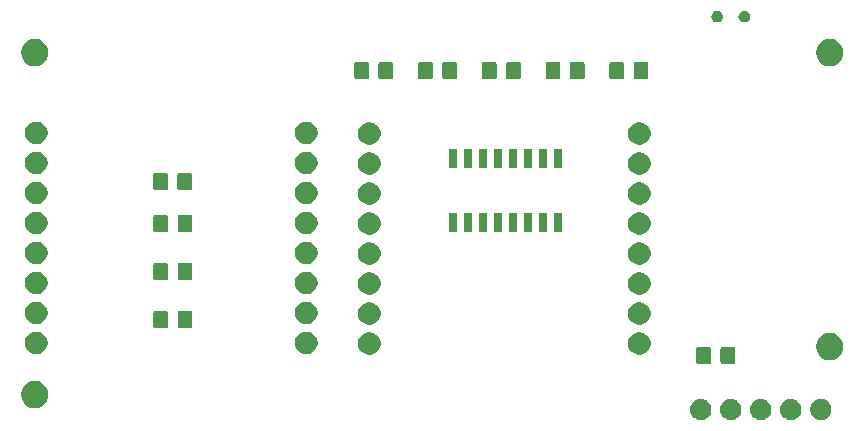
<source format=gbr>
G04 #@! TF.GenerationSoftware,KiCad,Pcbnew,(5.0.1-3-g963ef8bb5)*
G04 #@! TF.CreationDate,2019-04-05T16:27:06+08:00*
G04 #@! TF.ProjectId,cactus,6361637475732E6B696361645F706362,rev?*
G04 #@! TF.SameCoordinates,Original*
G04 #@! TF.FileFunction,Soldermask,Bot*
G04 #@! TF.FilePolarity,Negative*
%FSLAX46Y46*%
G04 Gerber Fmt 4.6, Leading zero omitted, Abs format (unit mm)*
G04 Created by KiCad (PCBNEW (5.0.1-3-g963ef8bb5)) date 2019 April 05, Friday 16:27:06*
%MOMM*%
%LPD*%
G01*
G04 APERTURE LIST*
%ADD10C,0.100000*%
G04 APERTURE END LIST*
D10*
G36*
X185174812Y-84731624D02*
X185338784Y-84799544D01*
X185486354Y-84898147D01*
X185611853Y-85023646D01*
X185710456Y-85171216D01*
X185778376Y-85335188D01*
X185813000Y-85509259D01*
X185813000Y-85686741D01*
X185778376Y-85860812D01*
X185710456Y-86024784D01*
X185611853Y-86172354D01*
X185486354Y-86297853D01*
X185338784Y-86396456D01*
X185174812Y-86464376D01*
X185000741Y-86499000D01*
X184823259Y-86499000D01*
X184649188Y-86464376D01*
X184485216Y-86396456D01*
X184337646Y-86297853D01*
X184212147Y-86172354D01*
X184113544Y-86024784D01*
X184045624Y-85860812D01*
X184011000Y-85686741D01*
X184011000Y-85509259D01*
X184045624Y-85335188D01*
X184113544Y-85171216D01*
X184212147Y-85023646D01*
X184337646Y-84898147D01*
X184485216Y-84799544D01*
X184649188Y-84731624D01*
X184823259Y-84697000D01*
X185000741Y-84697000D01*
X185174812Y-84731624D01*
X185174812Y-84731624D01*
G37*
G36*
X182482443Y-84703519D02*
X182548627Y-84710037D01*
X182661853Y-84744384D01*
X182718467Y-84761557D01*
X182857087Y-84835652D01*
X182874991Y-84845222D01*
X182909084Y-84873202D01*
X183012186Y-84957814D01*
X183095448Y-85059271D01*
X183124778Y-85095009D01*
X183124779Y-85095011D01*
X183208443Y-85251533D01*
X183208443Y-85251534D01*
X183259963Y-85421373D01*
X183277359Y-85598000D01*
X183259963Y-85774627D01*
X183233819Y-85860812D01*
X183208443Y-85944467D01*
X183165513Y-86024782D01*
X183124778Y-86100991D01*
X183095448Y-86136729D01*
X183012186Y-86238186D01*
X182939480Y-86297853D01*
X182874991Y-86350778D01*
X182874989Y-86350779D01*
X182718467Y-86434443D01*
X182661853Y-86451616D01*
X182548627Y-86485963D01*
X182482442Y-86492482D01*
X182416260Y-86499000D01*
X182327740Y-86499000D01*
X182261558Y-86492482D01*
X182195373Y-86485963D01*
X182082147Y-86451616D01*
X182025533Y-86434443D01*
X181869011Y-86350779D01*
X181869009Y-86350778D01*
X181804520Y-86297853D01*
X181731814Y-86238186D01*
X181648552Y-86136729D01*
X181619222Y-86100991D01*
X181578487Y-86024782D01*
X181535557Y-85944467D01*
X181510181Y-85860812D01*
X181484037Y-85774627D01*
X181466641Y-85598000D01*
X181484037Y-85421373D01*
X181535557Y-85251534D01*
X181535557Y-85251533D01*
X181619221Y-85095011D01*
X181619222Y-85095009D01*
X181648552Y-85059271D01*
X181731814Y-84957814D01*
X181834916Y-84873202D01*
X181869009Y-84845222D01*
X181886913Y-84835652D01*
X182025533Y-84761557D01*
X182082147Y-84744384D01*
X182195373Y-84710037D01*
X182261557Y-84703519D01*
X182327740Y-84697000D01*
X182416260Y-84697000D01*
X182482443Y-84703519D01*
X182482443Y-84703519D01*
G37*
G36*
X179942443Y-84703519D02*
X180008627Y-84710037D01*
X180121853Y-84744384D01*
X180178467Y-84761557D01*
X180317087Y-84835652D01*
X180334991Y-84845222D01*
X180369084Y-84873202D01*
X180472186Y-84957814D01*
X180555448Y-85059271D01*
X180584778Y-85095009D01*
X180584779Y-85095011D01*
X180668443Y-85251533D01*
X180668443Y-85251534D01*
X180719963Y-85421373D01*
X180737359Y-85598000D01*
X180719963Y-85774627D01*
X180693819Y-85860812D01*
X180668443Y-85944467D01*
X180625513Y-86024782D01*
X180584778Y-86100991D01*
X180555448Y-86136729D01*
X180472186Y-86238186D01*
X180399480Y-86297853D01*
X180334991Y-86350778D01*
X180334989Y-86350779D01*
X180178467Y-86434443D01*
X180121853Y-86451616D01*
X180008627Y-86485963D01*
X179942442Y-86492482D01*
X179876260Y-86499000D01*
X179787740Y-86499000D01*
X179721558Y-86492482D01*
X179655373Y-86485963D01*
X179542147Y-86451616D01*
X179485533Y-86434443D01*
X179329011Y-86350779D01*
X179329009Y-86350778D01*
X179264520Y-86297853D01*
X179191814Y-86238186D01*
X179108552Y-86136729D01*
X179079222Y-86100991D01*
X179038487Y-86024782D01*
X178995557Y-85944467D01*
X178970181Y-85860812D01*
X178944037Y-85774627D01*
X178926641Y-85598000D01*
X178944037Y-85421373D01*
X178995557Y-85251534D01*
X178995557Y-85251533D01*
X179079221Y-85095011D01*
X179079222Y-85095009D01*
X179108552Y-85059271D01*
X179191814Y-84957814D01*
X179294916Y-84873202D01*
X179329009Y-84845222D01*
X179346913Y-84835652D01*
X179485533Y-84761557D01*
X179542147Y-84744384D01*
X179655373Y-84710037D01*
X179721557Y-84703519D01*
X179787740Y-84697000D01*
X179876260Y-84697000D01*
X179942443Y-84703519D01*
X179942443Y-84703519D01*
G37*
G36*
X177402443Y-84703519D02*
X177468627Y-84710037D01*
X177581853Y-84744384D01*
X177638467Y-84761557D01*
X177777087Y-84835652D01*
X177794991Y-84845222D01*
X177829084Y-84873202D01*
X177932186Y-84957814D01*
X178015448Y-85059271D01*
X178044778Y-85095009D01*
X178044779Y-85095011D01*
X178128443Y-85251533D01*
X178128443Y-85251534D01*
X178179963Y-85421373D01*
X178197359Y-85598000D01*
X178179963Y-85774627D01*
X178153819Y-85860812D01*
X178128443Y-85944467D01*
X178085513Y-86024782D01*
X178044778Y-86100991D01*
X178015448Y-86136729D01*
X177932186Y-86238186D01*
X177859480Y-86297853D01*
X177794991Y-86350778D01*
X177794989Y-86350779D01*
X177638467Y-86434443D01*
X177581853Y-86451616D01*
X177468627Y-86485963D01*
X177402442Y-86492482D01*
X177336260Y-86499000D01*
X177247740Y-86499000D01*
X177181558Y-86492482D01*
X177115373Y-86485963D01*
X177002147Y-86451616D01*
X176945533Y-86434443D01*
X176789011Y-86350779D01*
X176789009Y-86350778D01*
X176724520Y-86297853D01*
X176651814Y-86238186D01*
X176568552Y-86136729D01*
X176539222Y-86100991D01*
X176498487Y-86024782D01*
X176455557Y-85944467D01*
X176430181Y-85860812D01*
X176404037Y-85774627D01*
X176386641Y-85598000D01*
X176404037Y-85421373D01*
X176455557Y-85251534D01*
X176455557Y-85251533D01*
X176539221Y-85095011D01*
X176539222Y-85095009D01*
X176568552Y-85059271D01*
X176651814Y-84957814D01*
X176754916Y-84873202D01*
X176789009Y-84845222D01*
X176806913Y-84835652D01*
X176945533Y-84761557D01*
X177002147Y-84744384D01*
X177115373Y-84710037D01*
X177181557Y-84703519D01*
X177247740Y-84697000D01*
X177336260Y-84697000D01*
X177402443Y-84703519D01*
X177402443Y-84703519D01*
G37*
G36*
X174862443Y-84703519D02*
X174928627Y-84710037D01*
X175041853Y-84744384D01*
X175098467Y-84761557D01*
X175237087Y-84835652D01*
X175254991Y-84845222D01*
X175289084Y-84873202D01*
X175392186Y-84957814D01*
X175475448Y-85059271D01*
X175504778Y-85095009D01*
X175504779Y-85095011D01*
X175588443Y-85251533D01*
X175588443Y-85251534D01*
X175639963Y-85421373D01*
X175657359Y-85598000D01*
X175639963Y-85774627D01*
X175613819Y-85860812D01*
X175588443Y-85944467D01*
X175545513Y-86024782D01*
X175504778Y-86100991D01*
X175475448Y-86136729D01*
X175392186Y-86238186D01*
X175319480Y-86297853D01*
X175254991Y-86350778D01*
X175254989Y-86350779D01*
X175098467Y-86434443D01*
X175041853Y-86451616D01*
X174928627Y-86485963D01*
X174862442Y-86492482D01*
X174796260Y-86499000D01*
X174707740Y-86499000D01*
X174641558Y-86492482D01*
X174575373Y-86485963D01*
X174462147Y-86451616D01*
X174405533Y-86434443D01*
X174249011Y-86350779D01*
X174249009Y-86350778D01*
X174184520Y-86297853D01*
X174111814Y-86238186D01*
X174028552Y-86136729D01*
X173999222Y-86100991D01*
X173958487Y-86024782D01*
X173915557Y-85944467D01*
X173890181Y-85860812D01*
X173864037Y-85774627D01*
X173846641Y-85598000D01*
X173864037Y-85421373D01*
X173915557Y-85251534D01*
X173915557Y-85251533D01*
X173999221Y-85095011D01*
X173999222Y-85095009D01*
X174028552Y-85059271D01*
X174111814Y-84957814D01*
X174214916Y-84873202D01*
X174249009Y-84845222D01*
X174266913Y-84835652D01*
X174405533Y-84761557D01*
X174462147Y-84744384D01*
X174575373Y-84710037D01*
X174641557Y-84703519D01*
X174707740Y-84697000D01*
X174796260Y-84697000D01*
X174862443Y-84703519D01*
X174862443Y-84703519D01*
G37*
G36*
X118699734Y-83221232D02*
X118909202Y-83307996D01*
X119097723Y-83433962D01*
X119258038Y-83594277D01*
X119384004Y-83782798D01*
X119470768Y-83992266D01*
X119515000Y-84214635D01*
X119515000Y-84441365D01*
X119470768Y-84663734D01*
X119384004Y-84873202D01*
X119258038Y-85061723D01*
X119097723Y-85222038D01*
X118909202Y-85348004D01*
X118699734Y-85434768D01*
X118477365Y-85479000D01*
X118250635Y-85479000D01*
X118028266Y-85434768D01*
X117818798Y-85348004D01*
X117630277Y-85222038D01*
X117469962Y-85061723D01*
X117343996Y-84873202D01*
X117257232Y-84663734D01*
X117213000Y-84441365D01*
X117213000Y-84214635D01*
X117257232Y-83992266D01*
X117343996Y-83782798D01*
X117469962Y-83594277D01*
X117630277Y-83433962D01*
X117818798Y-83307996D01*
X118028266Y-83221232D01*
X118250635Y-83177000D01*
X118477365Y-83177000D01*
X118699734Y-83221232D01*
X118699734Y-83221232D01*
G37*
G36*
X177510677Y-80279465D02*
X177548364Y-80290898D01*
X177583103Y-80309466D01*
X177613548Y-80334452D01*
X177638534Y-80364897D01*
X177657102Y-80399636D01*
X177668535Y-80437323D01*
X177673000Y-80482661D01*
X177673000Y-81569339D01*
X177668535Y-81614677D01*
X177657102Y-81652364D01*
X177638534Y-81687103D01*
X177613548Y-81717548D01*
X177583103Y-81742534D01*
X177548364Y-81761102D01*
X177510677Y-81772535D01*
X177465339Y-81777000D01*
X176628661Y-81777000D01*
X176583323Y-81772535D01*
X176545636Y-81761102D01*
X176510897Y-81742534D01*
X176480452Y-81717548D01*
X176455466Y-81687103D01*
X176436898Y-81652364D01*
X176425465Y-81614677D01*
X176421000Y-81569339D01*
X176421000Y-80482661D01*
X176425465Y-80437323D01*
X176436898Y-80399636D01*
X176455466Y-80364897D01*
X176480452Y-80334452D01*
X176510897Y-80309466D01*
X176545636Y-80290898D01*
X176583323Y-80279465D01*
X176628661Y-80275000D01*
X177465339Y-80275000D01*
X177510677Y-80279465D01*
X177510677Y-80279465D01*
G37*
G36*
X175460677Y-80279465D02*
X175498364Y-80290898D01*
X175533103Y-80309466D01*
X175563548Y-80334452D01*
X175588534Y-80364897D01*
X175607102Y-80399636D01*
X175618535Y-80437323D01*
X175623000Y-80482661D01*
X175623000Y-81569339D01*
X175618535Y-81614677D01*
X175607102Y-81652364D01*
X175588534Y-81687103D01*
X175563548Y-81717548D01*
X175533103Y-81742534D01*
X175498364Y-81761102D01*
X175460677Y-81772535D01*
X175415339Y-81777000D01*
X174578661Y-81777000D01*
X174533323Y-81772535D01*
X174495636Y-81761102D01*
X174460897Y-81742534D01*
X174430452Y-81717548D01*
X174405466Y-81687103D01*
X174386898Y-81652364D01*
X174375465Y-81614677D01*
X174371000Y-81569339D01*
X174371000Y-80482661D01*
X174375465Y-80437323D01*
X174386898Y-80399636D01*
X174405466Y-80364897D01*
X174430452Y-80334452D01*
X174460897Y-80309466D01*
X174495636Y-80290898D01*
X174533323Y-80279465D01*
X174578661Y-80275000D01*
X175415339Y-80275000D01*
X175460677Y-80279465D01*
X175460677Y-80279465D01*
G37*
G36*
X186009734Y-79157232D02*
X186219202Y-79243996D01*
X186407723Y-79369962D01*
X186568038Y-79530277D01*
X186694004Y-79718798D01*
X186780768Y-79928266D01*
X186825000Y-80150635D01*
X186825000Y-80377365D01*
X186780768Y-80599734D01*
X186694004Y-80809202D01*
X186568038Y-80997723D01*
X186407723Y-81158038D01*
X186219202Y-81284004D01*
X186009734Y-81370768D01*
X185787365Y-81415000D01*
X185560635Y-81415000D01*
X185338266Y-81370768D01*
X185128798Y-81284004D01*
X184940277Y-81158038D01*
X184779962Y-80997723D01*
X184653996Y-80809202D01*
X184567232Y-80599734D01*
X184523000Y-80377365D01*
X184523000Y-80150635D01*
X184567232Y-79928266D01*
X184653996Y-79718798D01*
X184779962Y-79530277D01*
X184940277Y-79369962D01*
X185128798Y-79243996D01*
X185338266Y-79157232D01*
X185560635Y-79113000D01*
X185787365Y-79113000D01*
X186009734Y-79157232D01*
X186009734Y-79157232D01*
G37*
G36*
X169822396Y-79095546D02*
X169995466Y-79167234D01*
X170151230Y-79271312D01*
X170283688Y-79403770D01*
X170387766Y-79559534D01*
X170459454Y-79732604D01*
X170496000Y-79916333D01*
X170496000Y-80103667D01*
X170459454Y-80287396D01*
X170387766Y-80460466D01*
X170283688Y-80616230D01*
X170151230Y-80748688D01*
X169995466Y-80852766D01*
X169822396Y-80924454D01*
X169638667Y-80961000D01*
X169451333Y-80961000D01*
X169267604Y-80924454D01*
X169094534Y-80852766D01*
X168938770Y-80748688D01*
X168806312Y-80616230D01*
X168702234Y-80460466D01*
X168630546Y-80287396D01*
X168594000Y-80103667D01*
X168594000Y-79916333D01*
X168630546Y-79732604D01*
X168702234Y-79559534D01*
X168806312Y-79403770D01*
X168938770Y-79271312D01*
X169094534Y-79167234D01*
X169267604Y-79095546D01*
X169451333Y-79059000D01*
X169638667Y-79059000D01*
X169822396Y-79095546D01*
X169822396Y-79095546D01*
G37*
G36*
X146962396Y-79095546D02*
X147135466Y-79167234D01*
X147291230Y-79271312D01*
X147423688Y-79403770D01*
X147527766Y-79559534D01*
X147599454Y-79732604D01*
X147636000Y-79916333D01*
X147636000Y-80103667D01*
X147599454Y-80287396D01*
X147527766Y-80460466D01*
X147423688Y-80616230D01*
X147291230Y-80748688D01*
X147135466Y-80852766D01*
X146962396Y-80924454D01*
X146778667Y-80961000D01*
X146591333Y-80961000D01*
X146407604Y-80924454D01*
X146234534Y-80852766D01*
X146078770Y-80748688D01*
X145946312Y-80616230D01*
X145842234Y-80460466D01*
X145770546Y-80287396D01*
X145734000Y-80103667D01*
X145734000Y-79916333D01*
X145770546Y-79732604D01*
X145842234Y-79559534D01*
X145946312Y-79403770D01*
X146078770Y-79271312D01*
X146234534Y-79167234D01*
X146407604Y-79095546D01*
X146591333Y-79059000D01*
X146778667Y-79059000D01*
X146962396Y-79095546D01*
X146962396Y-79095546D01*
G37*
G36*
X141628396Y-79032046D02*
X141801466Y-79103734D01*
X141957230Y-79207812D01*
X142089688Y-79340270D01*
X142193766Y-79496034D01*
X142265454Y-79669104D01*
X142302000Y-79852833D01*
X142302000Y-80040167D01*
X142265454Y-80223896D01*
X142193766Y-80396966D01*
X142089688Y-80552730D01*
X141957230Y-80685188D01*
X141801466Y-80789266D01*
X141628396Y-80860954D01*
X141444667Y-80897500D01*
X141257333Y-80897500D01*
X141073604Y-80860954D01*
X140900534Y-80789266D01*
X140744770Y-80685188D01*
X140612312Y-80552730D01*
X140508234Y-80396966D01*
X140436546Y-80223896D01*
X140400000Y-80040167D01*
X140400000Y-79852833D01*
X140436546Y-79669104D01*
X140508234Y-79496034D01*
X140612312Y-79340270D01*
X140744770Y-79207812D01*
X140900534Y-79103734D01*
X141073604Y-79032046D01*
X141257333Y-78995500D01*
X141444667Y-78995500D01*
X141628396Y-79032046D01*
X141628396Y-79032046D01*
G37*
G36*
X118768396Y-79032046D02*
X118941466Y-79103734D01*
X119097230Y-79207812D01*
X119229688Y-79340270D01*
X119333766Y-79496034D01*
X119405454Y-79669104D01*
X119442000Y-79852833D01*
X119442000Y-80040167D01*
X119405454Y-80223896D01*
X119333766Y-80396966D01*
X119229688Y-80552730D01*
X119097230Y-80685188D01*
X118941466Y-80789266D01*
X118768396Y-80860954D01*
X118584667Y-80897500D01*
X118397333Y-80897500D01*
X118213604Y-80860954D01*
X118040534Y-80789266D01*
X117884770Y-80685188D01*
X117752312Y-80552730D01*
X117648234Y-80396966D01*
X117576546Y-80223896D01*
X117540000Y-80040167D01*
X117540000Y-79852833D01*
X117576546Y-79669104D01*
X117648234Y-79496034D01*
X117752312Y-79340270D01*
X117884770Y-79207812D01*
X118040534Y-79103734D01*
X118213604Y-79032046D01*
X118397333Y-78995500D01*
X118584667Y-78995500D01*
X118768396Y-79032046D01*
X118768396Y-79032046D01*
G37*
G36*
X131545677Y-77231465D02*
X131583364Y-77242898D01*
X131618103Y-77261466D01*
X131648548Y-77286452D01*
X131673534Y-77316897D01*
X131692102Y-77351636D01*
X131703535Y-77389323D01*
X131708000Y-77434661D01*
X131708000Y-78521339D01*
X131703535Y-78566677D01*
X131692102Y-78604364D01*
X131673534Y-78639103D01*
X131648548Y-78669548D01*
X131618103Y-78694534D01*
X131583364Y-78713102D01*
X131545677Y-78724535D01*
X131500339Y-78729000D01*
X130663661Y-78729000D01*
X130618323Y-78724535D01*
X130580636Y-78713102D01*
X130545897Y-78694534D01*
X130515452Y-78669548D01*
X130490466Y-78639103D01*
X130471898Y-78604364D01*
X130460465Y-78566677D01*
X130456000Y-78521339D01*
X130456000Y-77434661D01*
X130460465Y-77389323D01*
X130471898Y-77351636D01*
X130490466Y-77316897D01*
X130515452Y-77286452D01*
X130545897Y-77261466D01*
X130580636Y-77242898D01*
X130618323Y-77231465D01*
X130663661Y-77227000D01*
X131500339Y-77227000D01*
X131545677Y-77231465D01*
X131545677Y-77231465D01*
G37*
G36*
X129495677Y-77231465D02*
X129533364Y-77242898D01*
X129568103Y-77261466D01*
X129598548Y-77286452D01*
X129623534Y-77316897D01*
X129642102Y-77351636D01*
X129653535Y-77389323D01*
X129658000Y-77434661D01*
X129658000Y-78521339D01*
X129653535Y-78566677D01*
X129642102Y-78604364D01*
X129623534Y-78639103D01*
X129598548Y-78669548D01*
X129568103Y-78694534D01*
X129533364Y-78713102D01*
X129495677Y-78724535D01*
X129450339Y-78729000D01*
X128613661Y-78729000D01*
X128568323Y-78724535D01*
X128530636Y-78713102D01*
X128495897Y-78694534D01*
X128465452Y-78669548D01*
X128440466Y-78639103D01*
X128421898Y-78604364D01*
X128410465Y-78566677D01*
X128406000Y-78521339D01*
X128406000Y-77434661D01*
X128410465Y-77389323D01*
X128421898Y-77351636D01*
X128440466Y-77316897D01*
X128465452Y-77286452D01*
X128495897Y-77261466D01*
X128530636Y-77242898D01*
X128568323Y-77231465D01*
X128613661Y-77227000D01*
X129450339Y-77227000D01*
X129495677Y-77231465D01*
X129495677Y-77231465D01*
G37*
G36*
X169822396Y-76555546D02*
X169995466Y-76627234D01*
X170151230Y-76731312D01*
X170283688Y-76863770D01*
X170387766Y-77019534D01*
X170459454Y-77192604D01*
X170496000Y-77376333D01*
X170496000Y-77563667D01*
X170459454Y-77747396D01*
X170387766Y-77920466D01*
X170283688Y-78076230D01*
X170151230Y-78208688D01*
X169995466Y-78312766D01*
X169822396Y-78384454D01*
X169638667Y-78421000D01*
X169451333Y-78421000D01*
X169267604Y-78384454D01*
X169094534Y-78312766D01*
X168938770Y-78208688D01*
X168806312Y-78076230D01*
X168702234Y-77920466D01*
X168630546Y-77747396D01*
X168594000Y-77563667D01*
X168594000Y-77376333D01*
X168630546Y-77192604D01*
X168702234Y-77019534D01*
X168806312Y-76863770D01*
X168938770Y-76731312D01*
X169094534Y-76627234D01*
X169267604Y-76555546D01*
X169451333Y-76519000D01*
X169638667Y-76519000D01*
X169822396Y-76555546D01*
X169822396Y-76555546D01*
G37*
G36*
X146962396Y-76555546D02*
X147135466Y-76627234D01*
X147291230Y-76731312D01*
X147423688Y-76863770D01*
X147527766Y-77019534D01*
X147599454Y-77192604D01*
X147636000Y-77376333D01*
X147636000Y-77563667D01*
X147599454Y-77747396D01*
X147527766Y-77920466D01*
X147423688Y-78076230D01*
X147291230Y-78208688D01*
X147135466Y-78312766D01*
X146962396Y-78384454D01*
X146778667Y-78421000D01*
X146591333Y-78421000D01*
X146407604Y-78384454D01*
X146234534Y-78312766D01*
X146078770Y-78208688D01*
X145946312Y-78076230D01*
X145842234Y-77920466D01*
X145770546Y-77747396D01*
X145734000Y-77563667D01*
X145734000Y-77376333D01*
X145770546Y-77192604D01*
X145842234Y-77019534D01*
X145946312Y-76863770D01*
X146078770Y-76731312D01*
X146234534Y-76627234D01*
X146407604Y-76555546D01*
X146591333Y-76519000D01*
X146778667Y-76519000D01*
X146962396Y-76555546D01*
X146962396Y-76555546D01*
G37*
G36*
X141628396Y-76492046D02*
X141801466Y-76563734D01*
X141957230Y-76667812D01*
X142089688Y-76800270D01*
X142193766Y-76956034D01*
X142265454Y-77129104D01*
X142302000Y-77312833D01*
X142302000Y-77500167D01*
X142265454Y-77683896D01*
X142193766Y-77856966D01*
X142089688Y-78012730D01*
X141957230Y-78145188D01*
X141801466Y-78249266D01*
X141628396Y-78320954D01*
X141444667Y-78357500D01*
X141257333Y-78357500D01*
X141073604Y-78320954D01*
X140900534Y-78249266D01*
X140744770Y-78145188D01*
X140612312Y-78012730D01*
X140508234Y-77856966D01*
X140436546Y-77683896D01*
X140400000Y-77500167D01*
X140400000Y-77312833D01*
X140436546Y-77129104D01*
X140508234Y-76956034D01*
X140612312Y-76800270D01*
X140744770Y-76667812D01*
X140900534Y-76563734D01*
X141073604Y-76492046D01*
X141257333Y-76455500D01*
X141444667Y-76455500D01*
X141628396Y-76492046D01*
X141628396Y-76492046D01*
G37*
G36*
X118768396Y-76492046D02*
X118941466Y-76563734D01*
X119097230Y-76667812D01*
X119229688Y-76800270D01*
X119333766Y-76956034D01*
X119405454Y-77129104D01*
X119442000Y-77312833D01*
X119442000Y-77500167D01*
X119405454Y-77683896D01*
X119333766Y-77856966D01*
X119229688Y-78012730D01*
X119097230Y-78145188D01*
X118941466Y-78249266D01*
X118768396Y-78320954D01*
X118584667Y-78357500D01*
X118397333Y-78357500D01*
X118213604Y-78320954D01*
X118040534Y-78249266D01*
X117884770Y-78145188D01*
X117752312Y-78012730D01*
X117648234Y-77856966D01*
X117576546Y-77683896D01*
X117540000Y-77500167D01*
X117540000Y-77312833D01*
X117576546Y-77129104D01*
X117648234Y-76956034D01*
X117752312Y-76800270D01*
X117884770Y-76667812D01*
X118040534Y-76563734D01*
X118213604Y-76492046D01*
X118397333Y-76455500D01*
X118584667Y-76455500D01*
X118768396Y-76492046D01*
X118768396Y-76492046D01*
G37*
G36*
X169822396Y-74015546D02*
X169995466Y-74087234D01*
X170151230Y-74191312D01*
X170283688Y-74323770D01*
X170387766Y-74479534D01*
X170459454Y-74652604D01*
X170496000Y-74836333D01*
X170496000Y-75023667D01*
X170459454Y-75207396D01*
X170387766Y-75380466D01*
X170283688Y-75536230D01*
X170151230Y-75668688D01*
X169995466Y-75772766D01*
X169822396Y-75844454D01*
X169638667Y-75881000D01*
X169451333Y-75881000D01*
X169267604Y-75844454D01*
X169094534Y-75772766D01*
X168938770Y-75668688D01*
X168806312Y-75536230D01*
X168702234Y-75380466D01*
X168630546Y-75207396D01*
X168594000Y-75023667D01*
X168594000Y-74836333D01*
X168630546Y-74652604D01*
X168702234Y-74479534D01*
X168806312Y-74323770D01*
X168938770Y-74191312D01*
X169094534Y-74087234D01*
X169267604Y-74015546D01*
X169451333Y-73979000D01*
X169638667Y-73979000D01*
X169822396Y-74015546D01*
X169822396Y-74015546D01*
G37*
G36*
X146962396Y-74015546D02*
X147135466Y-74087234D01*
X147291230Y-74191312D01*
X147423688Y-74323770D01*
X147527766Y-74479534D01*
X147599454Y-74652604D01*
X147636000Y-74836333D01*
X147636000Y-75023667D01*
X147599454Y-75207396D01*
X147527766Y-75380466D01*
X147423688Y-75536230D01*
X147291230Y-75668688D01*
X147135466Y-75772766D01*
X146962396Y-75844454D01*
X146778667Y-75881000D01*
X146591333Y-75881000D01*
X146407604Y-75844454D01*
X146234534Y-75772766D01*
X146078770Y-75668688D01*
X145946312Y-75536230D01*
X145842234Y-75380466D01*
X145770546Y-75207396D01*
X145734000Y-75023667D01*
X145734000Y-74836333D01*
X145770546Y-74652604D01*
X145842234Y-74479534D01*
X145946312Y-74323770D01*
X146078770Y-74191312D01*
X146234534Y-74087234D01*
X146407604Y-74015546D01*
X146591333Y-73979000D01*
X146778667Y-73979000D01*
X146962396Y-74015546D01*
X146962396Y-74015546D01*
G37*
G36*
X141628396Y-73952046D02*
X141801466Y-74023734D01*
X141957230Y-74127812D01*
X142089688Y-74260270D01*
X142193766Y-74416034D01*
X142265454Y-74589104D01*
X142302000Y-74772833D01*
X142302000Y-74960167D01*
X142265454Y-75143896D01*
X142193766Y-75316966D01*
X142089688Y-75472730D01*
X141957230Y-75605188D01*
X141801466Y-75709266D01*
X141628396Y-75780954D01*
X141444667Y-75817500D01*
X141257333Y-75817500D01*
X141073604Y-75780954D01*
X140900534Y-75709266D01*
X140744770Y-75605188D01*
X140612312Y-75472730D01*
X140508234Y-75316966D01*
X140436546Y-75143896D01*
X140400000Y-74960167D01*
X140400000Y-74772833D01*
X140436546Y-74589104D01*
X140508234Y-74416034D01*
X140612312Y-74260270D01*
X140744770Y-74127812D01*
X140900534Y-74023734D01*
X141073604Y-73952046D01*
X141257333Y-73915500D01*
X141444667Y-73915500D01*
X141628396Y-73952046D01*
X141628396Y-73952046D01*
G37*
G36*
X118768396Y-73952046D02*
X118941466Y-74023734D01*
X119097230Y-74127812D01*
X119229688Y-74260270D01*
X119333766Y-74416034D01*
X119405454Y-74589104D01*
X119442000Y-74772833D01*
X119442000Y-74960167D01*
X119405454Y-75143896D01*
X119333766Y-75316966D01*
X119229688Y-75472730D01*
X119097230Y-75605188D01*
X118941466Y-75709266D01*
X118768396Y-75780954D01*
X118584667Y-75817500D01*
X118397333Y-75817500D01*
X118213604Y-75780954D01*
X118040534Y-75709266D01*
X117884770Y-75605188D01*
X117752312Y-75472730D01*
X117648234Y-75316966D01*
X117576546Y-75143896D01*
X117540000Y-74960167D01*
X117540000Y-74772833D01*
X117576546Y-74589104D01*
X117648234Y-74416034D01*
X117752312Y-74260270D01*
X117884770Y-74127812D01*
X118040534Y-74023734D01*
X118213604Y-73952046D01*
X118397333Y-73915500D01*
X118584667Y-73915500D01*
X118768396Y-73952046D01*
X118768396Y-73952046D01*
G37*
G36*
X131545677Y-73167465D02*
X131583364Y-73178898D01*
X131618103Y-73197466D01*
X131648548Y-73222452D01*
X131673534Y-73252897D01*
X131692102Y-73287636D01*
X131703535Y-73325323D01*
X131708000Y-73370661D01*
X131708000Y-74457339D01*
X131703535Y-74502677D01*
X131692102Y-74540364D01*
X131673534Y-74575103D01*
X131648548Y-74605548D01*
X131618103Y-74630534D01*
X131583364Y-74649102D01*
X131545677Y-74660535D01*
X131500339Y-74665000D01*
X130663661Y-74665000D01*
X130618323Y-74660535D01*
X130580636Y-74649102D01*
X130545897Y-74630534D01*
X130515452Y-74605548D01*
X130490466Y-74575103D01*
X130471898Y-74540364D01*
X130460465Y-74502677D01*
X130456000Y-74457339D01*
X130456000Y-73370661D01*
X130460465Y-73325323D01*
X130471898Y-73287636D01*
X130490466Y-73252897D01*
X130515452Y-73222452D01*
X130545897Y-73197466D01*
X130580636Y-73178898D01*
X130618323Y-73167465D01*
X130663661Y-73163000D01*
X131500339Y-73163000D01*
X131545677Y-73167465D01*
X131545677Y-73167465D01*
G37*
G36*
X129495677Y-73167465D02*
X129533364Y-73178898D01*
X129568103Y-73197466D01*
X129598548Y-73222452D01*
X129623534Y-73252897D01*
X129642102Y-73287636D01*
X129653535Y-73325323D01*
X129658000Y-73370661D01*
X129658000Y-74457339D01*
X129653535Y-74502677D01*
X129642102Y-74540364D01*
X129623534Y-74575103D01*
X129598548Y-74605548D01*
X129568103Y-74630534D01*
X129533364Y-74649102D01*
X129495677Y-74660535D01*
X129450339Y-74665000D01*
X128613661Y-74665000D01*
X128568323Y-74660535D01*
X128530636Y-74649102D01*
X128495897Y-74630534D01*
X128465452Y-74605548D01*
X128440466Y-74575103D01*
X128421898Y-74540364D01*
X128410465Y-74502677D01*
X128406000Y-74457339D01*
X128406000Y-73370661D01*
X128410465Y-73325323D01*
X128421898Y-73287636D01*
X128440466Y-73252897D01*
X128465452Y-73222452D01*
X128495897Y-73197466D01*
X128530636Y-73178898D01*
X128568323Y-73167465D01*
X128613661Y-73163000D01*
X129450339Y-73163000D01*
X129495677Y-73167465D01*
X129495677Y-73167465D01*
G37*
G36*
X169822396Y-71475546D02*
X169995466Y-71547234D01*
X170151230Y-71651312D01*
X170283688Y-71783770D01*
X170387766Y-71939534D01*
X170459454Y-72112604D01*
X170496000Y-72296333D01*
X170496000Y-72483667D01*
X170459454Y-72667396D01*
X170387766Y-72840466D01*
X170283688Y-72996230D01*
X170151230Y-73128688D01*
X169995466Y-73232766D01*
X169822396Y-73304454D01*
X169638667Y-73341000D01*
X169451333Y-73341000D01*
X169267604Y-73304454D01*
X169094534Y-73232766D01*
X168938770Y-73128688D01*
X168806312Y-72996230D01*
X168702234Y-72840466D01*
X168630546Y-72667396D01*
X168594000Y-72483667D01*
X168594000Y-72296333D01*
X168630546Y-72112604D01*
X168702234Y-71939534D01*
X168806312Y-71783770D01*
X168938770Y-71651312D01*
X169094534Y-71547234D01*
X169267604Y-71475546D01*
X169451333Y-71439000D01*
X169638667Y-71439000D01*
X169822396Y-71475546D01*
X169822396Y-71475546D01*
G37*
G36*
X146962396Y-71475546D02*
X147135466Y-71547234D01*
X147291230Y-71651312D01*
X147423688Y-71783770D01*
X147527766Y-71939534D01*
X147599454Y-72112604D01*
X147636000Y-72296333D01*
X147636000Y-72483667D01*
X147599454Y-72667396D01*
X147527766Y-72840466D01*
X147423688Y-72996230D01*
X147291230Y-73128688D01*
X147135466Y-73232766D01*
X146962396Y-73304454D01*
X146778667Y-73341000D01*
X146591333Y-73341000D01*
X146407604Y-73304454D01*
X146234534Y-73232766D01*
X146078770Y-73128688D01*
X145946312Y-72996230D01*
X145842234Y-72840466D01*
X145770546Y-72667396D01*
X145734000Y-72483667D01*
X145734000Y-72296333D01*
X145770546Y-72112604D01*
X145842234Y-71939534D01*
X145946312Y-71783770D01*
X146078770Y-71651312D01*
X146234534Y-71547234D01*
X146407604Y-71475546D01*
X146591333Y-71439000D01*
X146778667Y-71439000D01*
X146962396Y-71475546D01*
X146962396Y-71475546D01*
G37*
G36*
X118768396Y-71412046D02*
X118941466Y-71483734D01*
X119097230Y-71587812D01*
X119229688Y-71720270D01*
X119333766Y-71876034D01*
X119405454Y-72049104D01*
X119442000Y-72232833D01*
X119442000Y-72420167D01*
X119405454Y-72603896D01*
X119333766Y-72776966D01*
X119229688Y-72932730D01*
X119097230Y-73065188D01*
X118941466Y-73169266D01*
X118768396Y-73240954D01*
X118584667Y-73277500D01*
X118397333Y-73277500D01*
X118213604Y-73240954D01*
X118040534Y-73169266D01*
X117884770Y-73065188D01*
X117752312Y-72932730D01*
X117648234Y-72776966D01*
X117576546Y-72603896D01*
X117540000Y-72420167D01*
X117540000Y-72232833D01*
X117576546Y-72049104D01*
X117648234Y-71876034D01*
X117752312Y-71720270D01*
X117884770Y-71587812D01*
X118040534Y-71483734D01*
X118213604Y-71412046D01*
X118397333Y-71375500D01*
X118584667Y-71375500D01*
X118768396Y-71412046D01*
X118768396Y-71412046D01*
G37*
G36*
X141628396Y-71412046D02*
X141801466Y-71483734D01*
X141957230Y-71587812D01*
X142089688Y-71720270D01*
X142193766Y-71876034D01*
X142265454Y-72049104D01*
X142302000Y-72232833D01*
X142302000Y-72420167D01*
X142265454Y-72603896D01*
X142193766Y-72776966D01*
X142089688Y-72932730D01*
X141957230Y-73065188D01*
X141801466Y-73169266D01*
X141628396Y-73240954D01*
X141444667Y-73277500D01*
X141257333Y-73277500D01*
X141073604Y-73240954D01*
X140900534Y-73169266D01*
X140744770Y-73065188D01*
X140612312Y-72932730D01*
X140508234Y-72776966D01*
X140436546Y-72603896D01*
X140400000Y-72420167D01*
X140400000Y-72232833D01*
X140436546Y-72049104D01*
X140508234Y-71876034D01*
X140612312Y-71720270D01*
X140744770Y-71587812D01*
X140900534Y-71483734D01*
X141073604Y-71412046D01*
X141257333Y-71375500D01*
X141444667Y-71375500D01*
X141628396Y-71412046D01*
X141628396Y-71412046D01*
G37*
G36*
X146962396Y-68935546D02*
X147135466Y-69007234D01*
X147291230Y-69111312D01*
X147423688Y-69243770D01*
X147527766Y-69399534D01*
X147599454Y-69572604D01*
X147636000Y-69756333D01*
X147636000Y-69943667D01*
X147599454Y-70127396D01*
X147527766Y-70300466D01*
X147423688Y-70456230D01*
X147291230Y-70588688D01*
X147135466Y-70692766D01*
X146962396Y-70764454D01*
X146778667Y-70801000D01*
X146591333Y-70801000D01*
X146407604Y-70764454D01*
X146234534Y-70692766D01*
X146078770Y-70588688D01*
X145946312Y-70456230D01*
X145842234Y-70300466D01*
X145770546Y-70127396D01*
X145734000Y-69943667D01*
X145734000Y-69756333D01*
X145770546Y-69572604D01*
X145842234Y-69399534D01*
X145946312Y-69243770D01*
X146078770Y-69111312D01*
X146234534Y-69007234D01*
X146407604Y-68935546D01*
X146591333Y-68899000D01*
X146778667Y-68899000D01*
X146962396Y-68935546D01*
X146962396Y-68935546D01*
G37*
G36*
X169822396Y-68935546D02*
X169995466Y-69007234D01*
X170151230Y-69111312D01*
X170283688Y-69243770D01*
X170387766Y-69399534D01*
X170459454Y-69572604D01*
X170496000Y-69756333D01*
X170496000Y-69943667D01*
X170459454Y-70127396D01*
X170387766Y-70300466D01*
X170283688Y-70456230D01*
X170151230Y-70588688D01*
X169995466Y-70692766D01*
X169822396Y-70764454D01*
X169638667Y-70801000D01*
X169451333Y-70801000D01*
X169267604Y-70764454D01*
X169094534Y-70692766D01*
X168938770Y-70588688D01*
X168806312Y-70456230D01*
X168702234Y-70300466D01*
X168630546Y-70127396D01*
X168594000Y-69943667D01*
X168594000Y-69756333D01*
X168630546Y-69572604D01*
X168702234Y-69399534D01*
X168806312Y-69243770D01*
X168938770Y-69111312D01*
X169094534Y-69007234D01*
X169267604Y-68935546D01*
X169451333Y-68899000D01*
X169638667Y-68899000D01*
X169822396Y-68935546D01*
X169822396Y-68935546D01*
G37*
G36*
X141628396Y-68872046D02*
X141801466Y-68943734D01*
X141957230Y-69047812D01*
X142089688Y-69180270D01*
X142193766Y-69336034D01*
X142265454Y-69509104D01*
X142302000Y-69692833D01*
X142302000Y-69880167D01*
X142265454Y-70063896D01*
X142193766Y-70236966D01*
X142089688Y-70392730D01*
X141957230Y-70525188D01*
X141801466Y-70629266D01*
X141628396Y-70700954D01*
X141444667Y-70737500D01*
X141257333Y-70737500D01*
X141073604Y-70700954D01*
X140900534Y-70629266D01*
X140744770Y-70525188D01*
X140612312Y-70392730D01*
X140508234Y-70236966D01*
X140436546Y-70063896D01*
X140400000Y-69880167D01*
X140400000Y-69692833D01*
X140436546Y-69509104D01*
X140508234Y-69336034D01*
X140612312Y-69180270D01*
X140744770Y-69047812D01*
X140900534Y-68943734D01*
X141073604Y-68872046D01*
X141257333Y-68835500D01*
X141444667Y-68835500D01*
X141628396Y-68872046D01*
X141628396Y-68872046D01*
G37*
G36*
X118768396Y-68872046D02*
X118941466Y-68943734D01*
X119097230Y-69047812D01*
X119229688Y-69180270D01*
X119333766Y-69336034D01*
X119405454Y-69509104D01*
X119442000Y-69692833D01*
X119442000Y-69880167D01*
X119405454Y-70063896D01*
X119333766Y-70236966D01*
X119229688Y-70392730D01*
X119097230Y-70525188D01*
X118941466Y-70629266D01*
X118768396Y-70700954D01*
X118584667Y-70737500D01*
X118397333Y-70737500D01*
X118213604Y-70700954D01*
X118040534Y-70629266D01*
X117884770Y-70525188D01*
X117752312Y-70392730D01*
X117648234Y-70236966D01*
X117576546Y-70063896D01*
X117540000Y-69880167D01*
X117540000Y-69692833D01*
X117576546Y-69509104D01*
X117648234Y-69336034D01*
X117752312Y-69180270D01*
X117884770Y-69047812D01*
X118040534Y-68943734D01*
X118213604Y-68872046D01*
X118397333Y-68835500D01*
X118584667Y-68835500D01*
X118768396Y-68872046D01*
X118768396Y-68872046D01*
G37*
G36*
X131545677Y-69103465D02*
X131583364Y-69114898D01*
X131618103Y-69133466D01*
X131648548Y-69158452D01*
X131673534Y-69188897D01*
X131692102Y-69223636D01*
X131703535Y-69261323D01*
X131708000Y-69306661D01*
X131708000Y-70393339D01*
X131703535Y-70438677D01*
X131692102Y-70476364D01*
X131673534Y-70511103D01*
X131648548Y-70541548D01*
X131618103Y-70566534D01*
X131583364Y-70585102D01*
X131545677Y-70596535D01*
X131500339Y-70601000D01*
X130663661Y-70601000D01*
X130618323Y-70596535D01*
X130580636Y-70585102D01*
X130545897Y-70566534D01*
X130515452Y-70541548D01*
X130490466Y-70511103D01*
X130471898Y-70476364D01*
X130460465Y-70438677D01*
X130456000Y-70393339D01*
X130456000Y-69306661D01*
X130460465Y-69261323D01*
X130471898Y-69223636D01*
X130490466Y-69188897D01*
X130515452Y-69158452D01*
X130545897Y-69133466D01*
X130580636Y-69114898D01*
X130618323Y-69103465D01*
X130663661Y-69099000D01*
X131500339Y-69099000D01*
X131545677Y-69103465D01*
X131545677Y-69103465D01*
G37*
G36*
X129495677Y-69103465D02*
X129533364Y-69114898D01*
X129568103Y-69133466D01*
X129598548Y-69158452D01*
X129623534Y-69188897D01*
X129642102Y-69223636D01*
X129653535Y-69261323D01*
X129658000Y-69306661D01*
X129658000Y-70393339D01*
X129653535Y-70438677D01*
X129642102Y-70476364D01*
X129623534Y-70511103D01*
X129598548Y-70541548D01*
X129568103Y-70566534D01*
X129533364Y-70585102D01*
X129495677Y-70596535D01*
X129450339Y-70601000D01*
X128613661Y-70601000D01*
X128568323Y-70596535D01*
X128530636Y-70585102D01*
X128495897Y-70566534D01*
X128465452Y-70541548D01*
X128440466Y-70511103D01*
X128421898Y-70476364D01*
X128410465Y-70438677D01*
X128406000Y-70393339D01*
X128406000Y-69306661D01*
X128410465Y-69261323D01*
X128421898Y-69223636D01*
X128440466Y-69188897D01*
X128465452Y-69158452D01*
X128495897Y-69133466D01*
X128530636Y-69114898D01*
X128568323Y-69103465D01*
X128613661Y-69099000D01*
X129450339Y-69099000D01*
X129495677Y-69103465D01*
X129495677Y-69103465D01*
G37*
G36*
X157958000Y-70557000D02*
X157256000Y-70557000D01*
X157256000Y-68955000D01*
X157958000Y-68955000D01*
X157958000Y-70557000D01*
X157958000Y-70557000D01*
G37*
G36*
X159228000Y-70557000D02*
X158526000Y-70557000D01*
X158526000Y-68955000D01*
X159228000Y-68955000D01*
X159228000Y-70557000D01*
X159228000Y-70557000D01*
G37*
G36*
X160498000Y-70557000D02*
X159796000Y-70557000D01*
X159796000Y-68955000D01*
X160498000Y-68955000D01*
X160498000Y-70557000D01*
X160498000Y-70557000D01*
G37*
G36*
X161768000Y-70557000D02*
X161066000Y-70557000D01*
X161066000Y-68955000D01*
X161768000Y-68955000D01*
X161768000Y-70557000D01*
X161768000Y-70557000D01*
G37*
G36*
X163038000Y-70557000D02*
X162336000Y-70557000D01*
X162336000Y-68955000D01*
X163038000Y-68955000D01*
X163038000Y-70557000D01*
X163038000Y-70557000D01*
G37*
G36*
X155418000Y-70557000D02*
X154716000Y-70557000D01*
X154716000Y-68955000D01*
X155418000Y-68955000D01*
X155418000Y-70557000D01*
X155418000Y-70557000D01*
G37*
G36*
X156688000Y-70557000D02*
X155986000Y-70557000D01*
X155986000Y-68955000D01*
X156688000Y-68955000D01*
X156688000Y-70557000D01*
X156688000Y-70557000D01*
G37*
G36*
X154148000Y-70557000D02*
X153446000Y-70557000D01*
X153446000Y-68955000D01*
X154148000Y-68955000D01*
X154148000Y-70557000D01*
X154148000Y-70557000D01*
G37*
G36*
X146962396Y-66395546D02*
X147135466Y-66467234D01*
X147291230Y-66571312D01*
X147423688Y-66703770D01*
X147527766Y-66859534D01*
X147599454Y-67032604D01*
X147636000Y-67216333D01*
X147636000Y-67403667D01*
X147599454Y-67587396D01*
X147527766Y-67760466D01*
X147423688Y-67916230D01*
X147291230Y-68048688D01*
X147135466Y-68152766D01*
X146962396Y-68224454D01*
X146778667Y-68261000D01*
X146591333Y-68261000D01*
X146407604Y-68224454D01*
X146234534Y-68152766D01*
X146078770Y-68048688D01*
X145946312Y-67916230D01*
X145842234Y-67760466D01*
X145770546Y-67587396D01*
X145734000Y-67403667D01*
X145734000Y-67216333D01*
X145770546Y-67032604D01*
X145842234Y-66859534D01*
X145946312Y-66703770D01*
X146078770Y-66571312D01*
X146234534Y-66467234D01*
X146407604Y-66395546D01*
X146591333Y-66359000D01*
X146778667Y-66359000D01*
X146962396Y-66395546D01*
X146962396Y-66395546D01*
G37*
G36*
X169822396Y-66395546D02*
X169995466Y-66467234D01*
X170151230Y-66571312D01*
X170283688Y-66703770D01*
X170387766Y-66859534D01*
X170459454Y-67032604D01*
X170496000Y-67216333D01*
X170496000Y-67403667D01*
X170459454Y-67587396D01*
X170387766Y-67760466D01*
X170283688Y-67916230D01*
X170151230Y-68048688D01*
X169995466Y-68152766D01*
X169822396Y-68224454D01*
X169638667Y-68261000D01*
X169451333Y-68261000D01*
X169267604Y-68224454D01*
X169094534Y-68152766D01*
X168938770Y-68048688D01*
X168806312Y-67916230D01*
X168702234Y-67760466D01*
X168630546Y-67587396D01*
X168594000Y-67403667D01*
X168594000Y-67216333D01*
X168630546Y-67032604D01*
X168702234Y-66859534D01*
X168806312Y-66703770D01*
X168938770Y-66571312D01*
X169094534Y-66467234D01*
X169267604Y-66395546D01*
X169451333Y-66359000D01*
X169638667Y-66359000D01*
X169822396Y-66395546D01*
X169822396Y-66395546D01*
G37*
G36*
X141628396Y-66332046D02*
X141801466Y-66403734D01*
X141957230Y-66507812D01*
X142089688Y-66640270D01*
X142193766Y-66796034D01*
X142265454Y-66969104D01*
X142302000Y-67152833D01*
X142302000Y-67340167D01*
X142265454Y-67523896D01*
X142193766Y-67696966D01*
X142089688Y-67852730D01*
X141957230Y-67985188D01*
X141801466Y-68089266D01*
X141628396Y-68160954D01*
X141444667Y-68197500D01*
X141257333Y-68197500D01*
X141073604Y-68160954D01*
X140900534Y-68089266D01*
X140744770Y-67985188D01*
X140612312Y-67852730D01*
X140508234Y-67696966D01*
X140436546Y-67523896D01*
X140400000Y-67340167D01*
X140400000Y-67152833D01*
X140436546Y-66969104D01*
X140508234Y-66796034D01*
X140612312Y-66640270D01*
X140744770Y-66507812D01*
X140900534Y-66403734D01*
X141073604Y-66332046D01*
X141257333Y-66295500D01*
X141444667Y-66295500D01*
X141628396Y-66332046D01*
X141628396Y-66332046D01*
G37*
G36*
X118768396Y-66332046D02*
X118941466Y-66403734D01*
X119097230Y-66507812D01*
X119229688Y-66640270D01*
X119333766Y-66796034D01*
X119405454Y-66969104D01*
X119442000Y-67152833D01*
X119442000Y-67340167D01*
X119405454Y-67523896D01*
X119333766Y-67696966D01*
X119229688Y-67852730D01*
X119097230Y-67985188D01*
X118941466Y-68089266D01*
X118768396Y-68160954D01*
X118584667Y-68197500D01*
X118397333Y-68197500D01*
X118213604Y-68160954D01*
X118040534Y-68089266D01*
X117884770Y-67985188D01*
X117752312Y-67852730D01*
X117648234Y-67696966D01*
X117576546Y-67523896D01*
X117540000Y-67340167D01*
X117540000Y-67152833D01*
X117576546Y-66969104D01*
X117648234Y-66796034D01*
X117752312Y-66640270D01*
X117884770Y-66507812D01*
X118040534Y-66403734D01*
X118213604Y-66332046D01*
X118397333Y-66295500D01*
X118584667Y-66295500D01*
X118768396Y-66332046D01*
X118768396Y-66332046D01*
G37*
G36*
X131527677Y-65547465D02*
X131565364Y-65558898D01*
X131600103Y-65577466D01*
X131630548Y-65602452D01*
X131655534Y-65632897D01*
X131674102Y-65667636D01*
X131685535Y-65705323D01*
X131690000Y-65750661D01*
X131690000Y-66837339D01*
X131685535Y-66882677D01*
X131674102Y-66920364D01*
X131655534Y-66955103D01*
X131630548Y-66985548D01*
X131600103Y-67010534D01*
X131565364Y-67029102D01*
X131527677Y-67040535D01*
X131482339Y-67045000D01*
X130645661Y-67045000D01*
X130600323Y-67040535D01*
X130562636Y-67029102D01*
X130527897Y-67010534D01*
X130497452Y-66985548D01*
X130472466Y-66955103D01*
X130453898Y-66920364D01*
X130442465Y-66882677D01*
X130438000Y-66837339D01*
X130438000Y-65750661D01*
X130442465Y-65705323D01*
X130453898Y-65667636D01*
X130472466Y-65632897D01*
X130497452Y-65602452D01*
X130527897Y-65577466D01*
X130562636Y-65558898D01*
X130600323Y-65547465D01*
X130645661Y-65543000D01*
X131482339Y-65543000D01*
X131527677Y-65547465D01*
X131527677Y-65547465D01*
G37*
G36*
X129477677Y-65547465D02*
X129515364Y-65558898D01*
X129550103Y-65577466D01*
X129580548Y-65602452D01*
X129605534Y-65632897D01*
X129624102Y-65667636D01*
X129635535Y-65705323D01*
X129640000Y-65750661D01*
X129640000Y-66837339D01*
X129635535Y-66882677D01*
X129624102Y-66920364D01*
X129605534Y-66955103D01*
X129580548Y-66985548D01*
X129550103Y-67010534D01*
X129515364Y-67029102D01*
X129477677Y-67040535D01*
X129432339Y-67045000D01*
X128595661Y-67045000D01*
X128550323Y-67040535D01*
X128512636Y-67029102D01*
X128477897Y-67010534D01*
X128447452Y-66985548D01*
X128422466Y-66955103D01*
X128403898Y-66920364D01*
X128392465Y-66882677D01*
X128388000Y-66837339D01*
X128388000Y-65750661D01*
X128392465Y-65705323D01*
X128403898Y-65667636D01*
X128422466Y-65632897D01*
X128447452Y-65602452D01*
X128477897Y-65577466D01*
X128512636Y-65558898D01*
X128550323Y-65547465D01*
X128595661Y-65543000D01*
X129432339Y-65543000D01*
X129477677Y-65547465D01*
X129477677Y-65547465D01*
G37*
G36*
X146962396Y-63855546D02*
X147135466Y-63927234D01*
X147291230Y-64031312D01*
X147423688Y-64163770D01*
X147527766Y-64319534D01*
X147599454Y-64492604D01*
X147636000Y-64676333D01*
X147636000Y-64863667D01*
X147599454Y-65047396D01*
X147527766Y-65220466D01*
X147423688Y-65376230D01*
X147291230Y-65508688D01*
X147135466Y-65612766D01*
X146962396Y-65684454D01*
X146778667Y-65721000D01*
X146591333Y-65721000D01*
X146407604Y-65684454D01*
X146234534Y-65612766D01*
X146078770Y-65508688D01*
X145946312Y-65376230D01*
X145842234Y-65220466D01*
X145770546Y-65047396D01*
X145734000Y-64863667D01*
X145734000Y-64676333D01*
X145770546Y-64492604D01*
X145842234Y-64319534D01*
X145946312Y-64163770D01*
X146078770Y-64031312D01*
X146234534Y-63927234D01*
X146407604Y-63855546D01*
X146591333Y-63819000D01*
X146778667Y-63819000D01*
X146962396Y-63855546D01*
X146962396Y-63855546D01*
G37*
G36*
X169822396Y-63855546D02*
X169995466Y-63927234D01*
X170151230Y-64031312D01*
X170283688Y-64163770D01*
X170387766Y-64319534D01*
X170459454Y-64492604D01*
X170496000Y-64676333D01*
X170496000Y-64863667D01*
X170459454Y-65047396D01*
X170387766Y-65220466D01*
X170283688Y-65376230D01*
X170151230Y-65508688D01*
X169995466Y-65612766D01*
X169822396Y-65684454D01*
X169638667Y-65721000D01*
X169451333Y-65721000D01*
X169267604Y-65684454D01*
X169094534Y-65612766D01*
X168938770Y-65508688D01*
X168806312Y-65376230D01*
X168702234Y-65220466D01*
X168630546Y-65047396D01*
X168594000Y-64863667D01*
X168594000Y-64676333D01*
X168630546Y-64492604D01*
X168702234Y-64319534D01*
X168806312Y-64163770D01*
X168938770Y-64031312D01*
X169094534Y-63927234D01*
X169267604Y-63855546D01*
X169451333Y-63819000D01*
X169638667Y-63819000D01*
X169822396Y-63855546D01*
X169822396Y-63855546D01*
G37*
G36*
X118768396Y-63792046D02*
X118941466Y-63863734D01*
X119097230Y-63967812D01*
X119229688Y-64100270D01*
X119333766Y-64256034D01*
X119405454Y-64429104D01*
X119442000Y-64612833D01*
X119442000Y-64800167D01*
X119405454Y-64983896D01*
X119333766Y-65156966D01*
X119229688Y-65312730D01*
X119097230Y-65445188D01*
X118941466Y-65549266D01*
X118768396Y-65620954D01*
X118584667Y-65657500D01*
X118397333Y-65657500D01*
X118213604Y-65620954D01*
X118040534Y-65549266D01*
X117884770Y-65445188D01*
X117752312Y-65312730D01*
X117648234Y-65156966D01*
X117576546Y-64983896D01*
X117540000Y-64800167D01*
X117540000Y-64612833D01*
X117576546Y-64429104D01*
X117648234Y-64256034D01*
X117752312Y-64100270D01*
X117884770Y-63967812D01*
X118040534Y-63863734D01*
X118213604Y-63792046D01*
X118397333Y-63755500D01*
X118584667Y-63755500D01*
X118768396Y-63792046D01*
X118768396Y-63792046D01*
G37*
G36*
X141628396Y-63792046D02*
X141801466Y-63863734D01*
X141957230Y-63967812D01*
X142089688Y-64100270D01*
X142193766Y-64256034D01*
X142265454Y-64429104D01*
X142302000Y-64612833D01*
X142302000Y-64800167D01*
X142265454Y-64983896D01*
X142193766Y-65156966D01*
X142089688Y-65312730D01*
X141957230Y-65445188D01*
X141801466Y-65549266D01*
X141628396Y-65620954D01*
X141444667Y-65657500D01*
X141257333Y-65657500D01*
X141073604Y-65620954D01*
X140900534Y-65549266D01*
X140744770Y-65445188D01*
X140612312Y-65312730D01*
X140508234Y-65156966D01*
X140436546Y-64983896D01*
X140400000Y-64800167D01*
X140400000Y-64612833D01*
X140436546Y-64429104D01*
X140508234Y-64256034D01*
X140612312Y-64100270D01*
X140744770Y-63967812D01*
X140900534Y-63863734D01*
X141073604Y-63792046D01*
X141257333Y-63755500D01*
X141444667Y-63755500D01*
X141628396Y-63792046D01*
X141628396Y-63792046D01*
G37*
G36*
X155418000Y-65157000D02*
X154716000Y-65157000D01*
X154716000Y-63555000D01*
X155418000Y-63555000D01*
X155418000Y-65157000D01*
X155418000Y-65157000D01*
G37*
G36*
X154148000Y-65157000D02*
X153446000Y-65157000D01*
X153446000Y-63555000D01*
X154148000Y-63555000D01*
X154148000Y-65157000D01*
X154148000Y-65157000D01*
G37*
G36*
X160498000Y-65157000D02*
X159796000Y-65157000D01*
X159796000Y-63555000D01*
X160498000Y-63555000D01*
X160498000Y-65157000D01*
X160498000Y-65157000D01*
G37*
G36*
X163038000Y-65157000D02*
X162336000Y-65157000D01*
X162336000Y-63555000D01*
X163038000Y-63555000D01*
X163038000Y-65157000D01*
X163038000Y-65157000D01*
G37*
G36*
X161768000Y-65157000D02*
X161066000Y-65157000D01*
X161066000Y-63555000D01*
X161768000Y-63555000D01*
X161768000Y-65157000D01*
X161768000Y-65157000D01*
G37*
G36*
X159228000Y-65157000D02*
X158526000Y-65157000D01*
X158526000Y-63555000D01*
X159228000Y-63555000D01*
X159228000Y-65157000D01*
X159228000Y-65157000D01*
G37*
G36*
X157958000Y-65157000D02*
X157256000Y-65157000D01*
X157256000Y-63555000D01*
X157958000Y-63555000D01*
X157958000Y-65157000D01*
X157958000Y-65157000D01*
G37*
G36*
X156688000Y-65157000D02*
X155986000Y-65157000D01*
X155986000Y-63555000D01*
X156688000Y-63555000D01*
X156688000Y-65157000D01*
X156688000Y-65157000D01*
G37*
G36*
X146962396Y-61315546D02*
X147135466Y-61387234D01*
X147291230Y-61491312D01*
X147423688Y-61623770D01*
X147527766Y-61779534D01*
X147599454Y-61952604D01*
X147636000Y-62136333D01*
X147636000Y-62323667D01*
X147599454Y-62507396D01*
X147527766Y-62680466D01*
X147423688Y-62836230D01*
X147291230Y-62968688D01*
X147135466Y-63072766D01*
X146962396Y-63144454D01*
X146778667Y-63181000D01*
X146591333Y-63181000D01*
X146407604Y-63144454D01*
X146234534Y-63072766D01*
X146078770Y-62968688D01*
X145946312Y-62836230D01*
X145842234Y-62680466D01*
X145770546Y-62507396D01*
X145734000Y-62323667D01*
X145734000Y-62136333D01*
X145770546Y-61952604D01*
X145842234Y-61779534D01*
X145946312Y-61623770D01*
X146078770Y-61491312D01*
X146234534Y-61387234D01*
X146407604Y-61315546D01*
X146591333Y-61279000D01*
X146778667Y-61279000D01*
X146962396Y-61315546D01*
X146962396Y-61315546D01*
G37*
G36*
X169822396Y-61315546D02*
X169995466Y-61387234D01*
X170151230Y-61491312D01*
X170283688Y-61623770D01*
X170387766Y-61779534D01*
X170459454Y-61952604D01*
X170496000Y-62136333D01*
X170496000Y-62323667D01*
X170459454Y-62507396D01*
X170387766Y-62680466D01*
X170283688Y-62836230D01*
X170151230Y-62968688D01*
X169995466Y-63072766D01*
X169822396Y-63144454D01*
X169638667Y-63181000D01*
X169451333Y-63181000D01*
X169267604Y-63144454D01*
X169094534Y-63072766D01*
X168938770Y-62968688D01*
X168806312Y-62836230D01*
X168702234Y-62680466D01*
X168630546Y-62507396D01*
X168594000Y-62323667D01*
X168594000Y-62136333D01*
X168630546Y-61952604D01*
X168702234Y-61779534D01*
X168806312Y-61623770D01*
X168938770Y-61491312D01*
X169094534Y-61387234D01*
X169267604Y-61315546D01*
X169451333Y-61279000D01*
X169638667Y-61279000D01*
X169822396Y-61315546D01*
X169822396Y-61315546D01*
G37*
G36*
X118768396Y-61252046D02*
X118941466Y-61323734D01*
X119097230Y-61427812D01*
X119229688Y-61560270D01*
X119333766Y-61716034D01*
X119405454Y-61889104D01*
X119442000Y-62072833D01*
X119442000Y-62260167D01*
X119405454Y-62443896D01*
X119333766Y-62616966D01*
X119229688Y-62772730D01*
X119097230Y-62905188D01*
X118941466Y-63009266D01*
X118768396Y-63080954D01*
X118584667Y-63117500D01*
X118397333Y-63117500D01*
X118213604Y-63080954D01*
X118040534Y-63009266D01*
X117884770Y-62905188D01*
X117752312Y-62772730D01*
X117648234Y-62616966D01*
X117576546Y-62443896D01*
X117540000Y-62260167D01*
X117540000Y-62072833D01*
X117576546Y-61889104D01*
X117648234Y-61716034D01*
X117752312Y-61560270D01*
X117884770Y-61427812D01*
X118040534Y-61323734D01*
X118213604Y-61252046D01*
X118397333Y-61215500D01*
X118584667Y-61215500D01*
X118768396Y-61252046D01*
X118768396Y-61252046D01*
G37*
G36*
X141628396Y-61252046D02*
X141801466Y-61323734D01*
X141957230Y-61427812D01*
X142089688Y-61560270D01*
X142193766Y-61716034D01*
X142265454Y-61889104D01*
X142302000Y-62072833D01*
X142302000Y-62260167D01*
X142265454Y-62443896D01*
X142193766Y-62616966D01*
X142089688Y-62772730D01*
X141957230Y-62905188D01*
X141801466Y-63009266D01*
X141628396Y-63080954D01*
X141444667Y-63117500D01*
X141257333Y-63117500D01*
X141073604Y-63080954D01*
X140900534Y-63009266D01*
X140744770Y-62905188D01*
X140612312Y-62772730D01*
X140508234Y-62616966D01*
X140436546Y-62443896D01*
X140400000Y-62260167D01*
X140400000Y-62072833D01*
X140436546Y-61889104D01*
X140508234Y-61716034D01*
X140612312Y-61560270D01*
X140744770Y-61427812D01*
X140900534Y-61323734D01*
X141073604Y-61252046D01*
X141257333Y-61215500D01*
X141444667Y-61215500D01*
X141628396Y-61252046D01*
X141628396Y-61252046D01*
G37*
G36*
X148545677Y-56149465D02*
X148583364Y-56160898D01*
X148618103Y-56179466D01*
X148648548Y-56204452D01*
X148673534Y-56234897D01*
X148692102Y-56269636D01*
X148703535Y-56307323D01*
X148708000Y-56352661D01*
X148708000Y-57439339D01*
X148703535Y-57484677D01*
X148692102Y-57522364D01*
X148673534Y-57557103D01*
X148648548Y-57587548D01*
X148618103Y-57612534D01*
X148583364Y-57631102D01*
X148545677Y-57642535D01*
X148500339Y-57647000D01*
X147663661Y-57647000D01*
X147618323Y-57642535D01*
X147580636Y-57631102D01*
X147545897Y-57612534D01*
X147515452Y-57587548D01*
X147490466Y-57557103D01*
X147471898Y-57522364D01*
X147460465Y-57484677D01*
X147456000Y-57439339D01*
X147456000Y-56352661D01*
X147460465Y-56307323D01*
X147471898Y-56269636D01*
X147490466Y-56234897D01*
X147515452Y-56204452D01*
X147545897Y-56179466D01*
X147580636Y-56160898D01*
X147618323Y-56149465D01*
X147663661Y-56145000D01*
X148500339Y-56145000D01*
X148545677Y-56149465D01*
X148545677Y-56149465D01*
G37*
G36*
X151897677Y-56149465D02*
X151935364Y-56160898D01*
X151970103Y-56179466D01*
X152000548Y-56204452D01*
X152025534Y-56234897D01*
X152044102Y-56269636D01*
X152055535Y-56307323D01*
X152060000Y-56352661D01*
X152060000Y-57439339D01*
X152055535Y-57484677D01*
X152044102Y-57522364D01*
X152025534Y-57557103D01*
X152000548Y-57587548D01*
X151970103Y-57612534D01*
X151935364Y-57631102D01*
X151897677Y-57642535D01*
X151852339Y-57647000D01*
X151015661Y-57647000D01*
X150970323Y-57642535D01*
X150932636Y-57631102D01*
X150897897Y-57612534D01*
X150867452Y-57587548D01*
X150842466Y-57557103D01*
X150823898Y-57522364D01*
X150812465Y-57484677D01*
X150808000Y-57439339D01*
X150808000Y-56352661D01*
X150812465Y-56307323D01*
X150823898Y-56269636D01*
X150842466Y-56234897D01*
X150867452Y-56204452D01*
X150897897Y-56179466D01*
X150932636Y-56160898D01*
X150970323Y-56149465D01*
X151015661Y-56145000D01*
X151852339Y-56145000D01*
X151897677Y-56149465D01*
X151897677Y-56149465D01*
G37*
G36*
X170153677Y-56149465D02*
X170191364Y-56160898D01*
X170226103Y-56179466D01*
X170256548Y-56204452D01*
X170281534Y-56234897D01*
X170300102Y-56269636D01*
X170311535Y-56307323D01*
X170316000Y-56352661D01*
X170316000Y-57439339D01*
X170311535Y-57484677D01*
X170300102Y-57522364D01*
X170281534Y-57557103D01*
X170256548Y-57587548D01*
X170226103Y-57612534D01*
X170191364Y-57631102D01*
X170153677Y-57642535D01*
X170108339Y-57647000D01*
X169271661Y-57647000D01*
X169226323Y-57642535D01*
X169188636Y-57631102D01*
X169153897Y-57612534D01*
X169123452Y-57587548D01*
X169098466Y-57557103D01*
X169079898Y-57522364D01*
X169068465Y-57484677D01*
X169064000Y-57439339D01*
X169064000Y-56352661D01*
X169068465Y-56307323D01*
X169079898Y-56269636D01*
X169098466Y-56234897D01*
X169123452Y-56204452D01*
X169153897Y-56179466D01*
X169188636Y-56160898D01*
X169226323Y-56149465D01*
X169271661Y-56145000D01*
X170108339Y-56145000D01*
X170153677Y-56149465D01*
X170153677Y-56149465D01*
G37*
G36*
X168103677Y-56149465D02*
X168141364Y-56160898D01*
X168176103Y-56179466D01*
X168206548Y-56204452D01*
X168231534Y-56234897D01*
X168250102Y-56269636D01*
X168261535Y-56307323D01*
X168266000Y-56352661D01*
X168266000Y-57439339D01*
X168261535Y-57484677D01*
X168250102Y-57522364D01*
X168231534Y-57557103D01*
X168206548Y-57587548D01*
X168176103Y-57612534D01*
X168141364Y-57631102D01*
X168103677Y-57642535D01*
X168058339Y-57647000D01*
X167221661Y-57647000D01*
X167176323Y-57642535D01*
X167138636Y-57631102D01*
X167103897Y-57612534D01*
X167073452Y-57587548D01*
X167048466Y-57557103D01*
X167029898Y-57522364D01*
X167018465Y-57484677D01*
X167014000Y-57439339D01*
X167014000Y-56352661D01*
X167018465Y-56307323D01*
X167029898Y-56269636D01*
X167048466Y-56234897D01*
X167073452Y-56204452D01*
X167103897Y-56179466D01*
X167138636Y-56160898D01*
X167176323Y-56149465D01*
X167221661Y-56145000D01*
X168058339Y-56145000D01*
X168103677Y-56149465D01*
X168103677Y-56149465D01*
G37*
G36*
X164751677Y-56149465D02*
X164789364Y-56160898D01*
X164824103Y-56179466D01*
X164854548Y-56204452D01*
X164879534Y-56234897D01*
X164898102Y-56269636D01*
X164909535Y-56307323D01*
X164914000Y-56352661D01*
X164914000Y-57439339D01*
X164909535Y-57484677D01*
X164898102Y-57522364D01*
X164879534Y-57557103D01*
X164854548Y-57587548D01*
X164824103Y-57612534D01*
X164789364Y-57631102D01*
X164751677Y-57642535D01*
X164706339Y-57647000D01*
X163869661Y-57647000D01*
X163824323Y-57642535D01*
X163786636Y-57631102D01*
X163751897Y-57612534D01*
X163721452Y-57587548D01*
X163696466Y-57557103D01*
X163677898Y-57522364D01*
X163666465Y-57484677D01*
X163662000Y-57439339D01*
X163662000Y-56352661D01*
X163666465Y-56307323D01*
X163677898Y-56269636D01*
X163696466Y-56234897D01*
X163721452Y-56204452D01*
X163751897Y-56179466D01*
X163786636Y-56160898D01*
X163824323Y-56149465D01*
X163869661Y-56145000D01*
X164706339Y-56145000D01*
X164751677Y-56149465D01*
X164751677Y-56149465D01*
G37*
G36*
X146495677Y-56149465D02*
X146533364Y-56160898D01*
X146568103Y-56179466D01*
X146598548Y-56204452D01*
X146623534Y-56234897D01*
X146642102Y-56269636D01*
X146653535Y-56307323D01*
X146658000Y-56352661D01*
X146658000Y-57439339D01*
X146653535Y-57484677D01*
X146642102Y-57522364D01*
X146623534Y-57557103D01*
X146598548Y-57587548D01*
X146568103Y-57612534D01*
X146533364Y-57631102D01*
X146495677Y-57642535D01*
X146450339Y-57647000D01*
X145613661Y-57647000D01*
X145568323Y-57642535D01*
X145530636Y-57631102D01*
X145495897Y-57612534D01*
X145465452Y-57587548D01*
X145440466Y-57557103D01*
X145421898Y-57522364D01*
X145410465Y-57484677D01*
X145406000Y-57439339D01*
X145406000Y-56352661D01*
X145410465Y-56307323D01*
X145421898Y-56269636D01*
X145440466Y-56234897D01*
X145465452Y-56204452D01*
X145495897Y-56179466D01*
X145530636Y-56160898D01*
X145568323Y-56149465D01*
X145613661Y-56145000D01*
X146450339Y-56145000D01*
X146495677Y-56149465D01*
X146495677Y-56149465D01*
G37*
G36*
X153947677Y-56149465D02*
X153985364Y-56160898D01*
X154020103Y-56179466D01*
X154050548Y-56204452D01*
X154075534Y-56234897D01*
X154094102Y-56269636D01*
X154105535Y-56307323D01*
X154110000Y-56352661D01*
X154110000Y-57439339D01*
X154105535Y-57484677D01*
X154094102Y-57522364D01*
X154075534Y-57557103D01*
X154050548Y-57587548D01*
X154020103Y-57612534D01*
X153985364Y-57631102D01*
X153947677Y-57642535D01*
X153902339Y-57647000D01*
X153065661Y-57647000D01*
X153020323Y-57642535D01*
X152982636Y-57631102D01*
X152947897Y-57612534D01*
X152917452Y-57587548D01*
X152892466Y-57557103D01*
X152873898Y-57522364D01*
X152862465Y-57484677D01*
X152858000Y-57439339D01*
X152858000Y-56352661D01*
X152862465Y-56307323D01*
X152873898Y-56269636D01*
X152892466Y-56234897D01*
X152917452Y-56204452D01*
X152947897Y-56179466D01*
X152982636Y-56160898D01*
X153020323Y-56149465D01*
X153065661Y-56145000D01*
X153902339Y-56145000D01*
X153947677Y-56149465D01*
X153947677Y-56149465D01*
G37*
G36*
X157299677Y-56149465D02*
X157337364Y-56160898D01*
X157372103Y-56179466D01*
X157402548Y-56204452D01*
X157427534Y-56234897D01*
X157446102Y-56269636D01*
X157457535Y-56307323D01*
X157462000Y-56352661D01*
X157462000Y-57439339D01*
X157457535Y-57484677D01*
X157446102Y-57522364D01*
X157427534Y-57557103D01*
X157402548Y-57587548D01*
X157372103Y-57612534D01*
X157337364Y-57631102D01*
X157299677Y-57642535D01*
X157254339Y-57647000D01*
X156417661Y-57647000D01*
X156372323Y-57642535D01*
X156334636Y-57631102D01*
X156299897Y-57612534D01*
X156269452Y-57587548D01*
X156244466Y-57557103D01*
X156225898Y-57522364D01*
X156214465Y-57484677D01*
X156210000Y-57439339D01*
X156210000Y-56352661D01*
X156214465Y-56307323D01*
X156225898Y-56269636D01*
X156244466Y-56234897D01*
X156269452Y-56204452D01*
X156299897Y-56179466D01*
X156334636Y-56160898D01*
X156372323Y-56149465D01*
X156417661Y-56145000D01*
X157254339Y-56145000D01*
X157299677Y-56149465D01*
X157299677Y-56149465D01*
G37*
G36*
X159349677Y-56149465D02*
X159387364Y-56160898D01*
X159422103Y-56179466D01*
X159452548Y-56204452D01*
X159477534Y-56234897D01*
X159496102Y-56269636D01*
X159507535Y-56307323D01*
X159512000Y-56352661D01*
X159512000Y-57439339D01*
X159507535Y-57484677D01*
X159496102Y-57522364D01*
X159477534Y-57557103D01*
X159452548Y-57587548D01*
X159422103Y-57612534D01*
X159387364Y-57631102D01*
X159349677Y-57642535D01*
X159304339Y-57647000D01*
X158467661Y-57647000D01*
X158422323Y-57642535D01*
X158384636Y-57631102D01*
X158349897Y-57612534D01*
X158319452Y-57587548D01*
X158294466Y-57557103D01*
X158275898Y-57522364D01*
X158264465Y-57484677D01*
X158260000Y-57439339D01*
X158260000Y-56352661D01*
X158264465Y-56307323D01*
X158275898Y-56269636D01*
X158294466Y-56234897D01*
X158319452Y-56204452D01*
X158349897Y-56179466D01*
X158384636Y-56160898D01*
X158422323Y-56149465D01*
X158467661Y-56145000D01*
X159304339Y-56145000D01*
X159349677Y-56149465D01*
X159349677Y-56149465D01*
G37*
G36*
X162701677Y-56149465D02*
X162739364Y-56160898D01*
X162774103Y-56179466D01*
X162804548Y-56204452D01*
X162829534Y-56234897D01*
X162848102Y-56269636D01*
X162859535Y-56307323D01*
X162864000Y-56352661D01*
X162864000Y-57439339D01*
X162859535Y-57484677D01*
X162848102Y-57522364D01*
X162829534Y-57557103D01*
X162804548Y-57587548D01*
X162774103Y-57612534D01*
X162739364Y-57631102D01*
X162701677Y-57642535D01*
X162656339Y-57647000D01*
X161819661Y-57647000D01*
X161774323Y-57642535D01*
X161736636Y-57631102D01*
X161701897Y-57612534D01*
X161671452Y-57587548D01*
X161646466Y-57557103D01*
X161627898Y-57522364D01*
X161616465Y-57484677D01*
X161612000Y-57439339D01*
X161612000Y-56352661D01*
X161616465Y-56307323D01*
X161627898Y-56269636D01*
X161646466Y-56234897D01*
X161671452Y-56204452D01*
X161701897Y-56179466D01*
X161736636Y-56160898D01*
X161774323Y-56149465D01*
X161819661Y-56145000D01*
X162656339Y-56145000D01*
X162701677Y-56149465D01*
X162701677Y-56149465D01*
G37*
G36*
X118699734Y-54265232D02*
X118909202Y-54351996D01*
X119097723Y-54477962D01*
X119258038Y-54638277D01*
X119384004Y-54826798D01*
X119470768Y-55036266D01*
X119515000Y-55258635D01*
X119515000Y-55485365D01*
X119470768Y-55707734D01*
X119384004Y-55917202D01*
X119258038Y-56105723D01*
X119097723Y-56266038D01*
X118909202Y-56392004D01*
X118699734Y-56478768D01*
X118477365Y-56523000D01*
X118250635Y-56523000D01*
X118028266Y-56478768D01*
X117818798Y-56392004D01*
X117630277Y-56266038D01*
X117469962Y-56105723D01*
X117343996Y-55917202D01*
X117257232Y-55707734D01*
X117213000Y-55485365D01*
X117213000Y-55258635D01*
X117257232Y-55036266D01*
X117343996Y-54826798D01*
X117469962Y-54638277D01*
X117630277Y-54477962D01*
X117818798Y-54351996D01*
X118028266Y-54265232D01*
X118250635Y-54221000D01*
X118477365Y-54221000D01*
X118699734Y-54265232D01*
X118699734Y-54265232D01*
G37*
G36*
X186009734Y-54265232D02*
X186219202Y-54351996D01*
X186407723Y-54477962D01*
X186568038Y-54638277D01*
X186694004Y-54826798D01*
X186780768Y-55036266D01*
X186825000Y-55258635D01*
X186825000Y-55485365D01*
X186780768Y-55707734D01*
X186694004Y-55917202D01*
X186568038Y-56105723D01*
X186407723Y-56266038D01*
X186219202Y-56392004D01*
X186009734Y-56478768D01*
X185787365Y-56523000D01*
X185560635Y-56523000D01*
X185338266Y-56478768D01*
X185128798Y-56392004D01*
X184940277Y-56266038D01*
X184779962Y-56105723D01*
X184653996Y-55917202D01*
X184567232Y-55707734D01*
X184523000Y-55485365D01*
X184523000Y-55258635D01*
X184567232Y-55036266D01*
X184653996Y-54826798D01*
X184779962Y-54638277D01*
X184940277Y-54477962D01*
X185128798Y-54351996D01*
X185338266Y-54265232D01*
X185560635Y-54221000D01*
X185787365Y-54221000D01*
X186009734Y-54265232D01*
X186009734Y-54265232D01*
G37*
G36*
X176288136Y-51842253D02*
X176379312Y-51880019D01*
X176461372Y-51934850D01*
X176531150Y-52004628D01*
X176585981Y-52086688D01*
X176623747Y-52177864D01*
X176643000Y-52274656D01*
X176643000Y-52373344D01*
X176623747Y-52470136D01*
X176585981Y-52561312D01*
X176531150Y-52643372D01*
X176461372Y-52713150D01*
X176379312Y-52767981D01*
X176288136Y-52805747D01*
X176191344Y-52825000D01*
X176092656Y-52825000D01*
X175995864Y-52805747D01*
X175904688Y-52767981D01*
X175822628Y-52713150D01*
X175752850Y-52643372D01*
X175698019Y-52561312D01*
X175660253Y-52470136D01*
X175641000Y-52373344D01*
X175641000Y-52274656D01*
X175660253Y-52177864D01*
X175698019Y-52086688D01*
X175752850Y-52004628D01*
X175822628Y-51934850D01*
X175904688Y-51880019D01*
X175995864Y-51842253D01*
X176092656Y-51823000D01*
X176191344Y-51823000D01*
X176288136Y-51842253D01*
X176288136Y-51842253D01*
G37*
G36*
X178588136Y-51842253D02*
X178679312Y-51880019D01*
X178761372Y-51934850D01*
X178831150Y-52004628D01*
X178885981Y-52086688D01*
X178923747Y-52177864D01*
X178943000Y-52274656D01*
X178943000Y-52373344D01*
X178923747Y-52470136D01*
X178885981Y-52561312D01*
X178831150Y-52643372D01*
X178761372Y-52713150D01*
X178679312Y-52767981D01*
X178588136Y-52805747D01*
X178491344Y-52825000D01*
X178392656Y-52825000D01*
X178295864Y-52805747D01*
X178204688Y-52767981D01*
X178122628Y-52713150D01*
X178052850Y-52643372D01*
X177998019Y-52561312D01*
X177960253Y-52470136D01*
X177941000Y-52373344D01*
X177941000Y-52274656D01*
X177960253Y-52177864D01*
X177998019Y-52086688D01*
X178052850Y-52004628D01*
X178122628Y-51934850D01*
X178204688Y-51880019D01*
X178295864Y-51842253D01*
X178392656Y-51823000D01*
X178491344Y-51823000D01*
X178588136Y-51842253D01*
X178588136Y-51842253D01*
G37*
M02*

</source>
